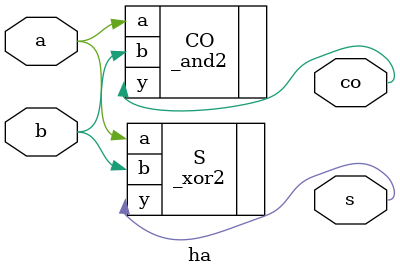
<source format=v>
module ha(a,b,s,co); // Half adder module
	input a,b;
	output s,co;
	
	_xor2 S(.a(a),.b(b),.y(s)); // S = a^b
	_and2 CO(.a(a),.b(b),.y(co)); // CO = a&b
endmodule
</source>
